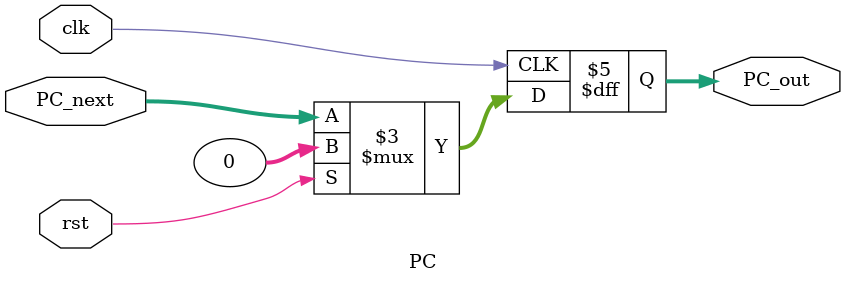
<source format=sv>
`timescale 1ns / 1ps


module PC(
    input  logic [31:0] PC_next,
    input  logic        clk, rst,
    output logic [31:0] PC_out
    );

    always_ff @( posedge clk ) begin
        if (rst) begin
            PC_out <= '0;
        end
        else begin
            PC_out <= PC_next;
        end
    end

endmodule

</source>
